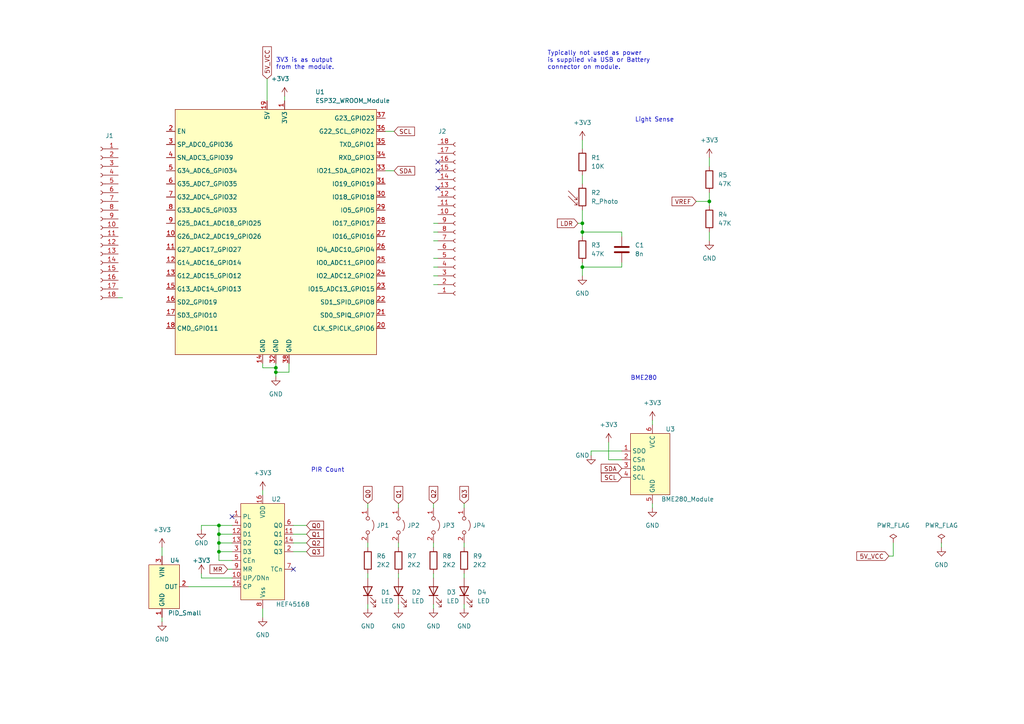
<source format=kicad_sch>
(kicad_sch (version 20230121) (generator eeschema)
  (paper "A4")
  (lib_symbols
    (symbol "Connector:Conn_01x18_Socket" (pin_names (offset 1.016) hide)
      (property "Reference" "J" (at 0 22.86 0))
      (property "Value" "Conn_01x18_Socket" (at 0 -25.4 0))
      (symbol "Conn_01x18_Socket_1_1"
        (arc (start 0 -22.352) (mid -0.5058 -22.86) (end 0 -23.368) (stroke (width 0.1524)))
        (arc (start 0 -19.812) (mid -0.5058 -20.32) (end 0 -20.828) (stroke (width 0.1524)))
        (arc (start 0 -17.272) (mid -0.5058 -17.78) (end 0 -18.288) (stroke (width 0.1524)))
        (arc (start 0 -14.732) (mid -0.5058 -15.24) (end 0 -15.748) (stroke (width 0.1524)))
        (arc (start 0 -12.192) (mid -0.5058 -12.7) (end 0 -13.208) (stroke (width 0.1524)))
        (arc (start 0 -9.652) (mid -0.5058 -10.16) (end 0 -10.668) (stroke (width 0.1524)))
        (arc (start 0 -7.112) (mid -0.5058 -7.62) (end 0 -8.128) (stroke (width 0.1524)))
        (arc (start 0 -4.572) (mid -0.5058 -5.08) (end 0 -5.588) (stroke (width 0.1524)))
        (arc (start 0 -2.032) (mid -0.5058 -2.54) (end 0 -3.048) (stroke (width 0.1524)))
        (polyline (pts (xy -1.27 -22.86) (xy -0.508 -22.86)) (stroke (width 0.1524)))
        (polyline (pts (xy -1.27 -20.32) (xy -0.508 -20.32)) (stroke (width 0.1524)))
        (polyline (pts (xy -1.27 -17.78) (xy -0.508 -17.78)) (stroke (width 0.1524)))
        (polyline (pts (xy -1.27 -15.24) (xy -0.508 -15.24)) (stroke (width 0.1524)))
        (polyline (pts (xy -1.27 -12.7) (xy -0.508 -12.7)) (stroke (width 0.1524)))
        (polyline (pts (xy -1.27 -10.16) (xy -0.508 -10.16)) (stroke (width 0.1524)))
        (polyline (pts (xy -1.27 -7.62) (xy -0.508 -7.62)) (stroke (width 0.1524)))
        (polyline (pts (xy -1.27 -5.08) (xy -0.508 -5.08)) (stroke (width 0.1524)))
        (polyline (pts (xy -1.27 -2.54) (xy -0.508 -2.54)) (stroke (width 0.1524)))
        (polyline (pts (xy -1.27 0) (xy -0.508 0)) (stroke (width 0.1524)))
        (polyline (pts (xy -1.27 2.54) (xy -0.508 2.54)) (stroke (width 0.1524)))
        (polyline (pts (xy -1.27 5.08) (xy -0.508 5.08)) (stroke (width 0.1524)))
        (polyline (pts (xy -1.27 7.62) (xy -0.508 7.62)) (stroke (width 0.1524)))
        (polyline (pts (xy -1.27 10.16) (xy -0.508 10.16)) (stroke (width 0.1524)))
        (polyline (pts (xy -1.27 12.7) (xy -0.508 12.7)) (stroke (width 0.1524)))
        (polyline (pts (xy -1.27 15.24) (xy -0.508 15.24)) (stroke (width 0.1524)))
        (polyline (pts (xy -1.27 17.78) (xy -0.508 17.78)) (stroke (width 0.1524)))
        (polyline (pts (xy -1.27 20.32) (xy -0.508 20.32)) (stroke (width 0.1524)))
        (arc (start 0 0.508) (mid -0.5058 0) (end 0 -0.508) (stroke (width 0.1524)))
        (arc (start 0 3.048) (mid -0.5058 2.54) (end 0 2.032) (stroke (width 0.1524)))
        (arc (start 0 5.588) (mid -0.5058 5.08) (end 0 4.572) (stroke (width 0.1524)))
        (arc (start 0 8.128) (mid -0.5058 7.62) (end 0 7.112) (stroke (width 0.1524)))
        (arc (start 0 10.668) (mid -0.5058 10.16) (end 0 9.652) (stroke (width 0.1524)))
        (arc (start 0 13.208) (mid -0.5058 12.7) (end 0 12.192) (stroke (width 0.1524)))
        (arc (start 0 15.748) (mid -0.5058 15.24) (end 0 14.732) (stroke (width 0.1524)))
        (arc (start 0 18.288) (mid -0.5058 17.78) (end 0 17.272) (stroke (width 0.1524)))
        (arc (start 0 20.828) (mid -0.5058 20.32) (end 0 19.812) (stroke (width 0.1524)))
        (pin passive line (at -5.08 20.32 0) (length 3.81) (name "Pin_1") (number "1"))
        (pin passive line (at -5.08 -2.54 0) (length 3.81) (name "Pin_10") (number "10"))
        (pin passive line (at -5.08 -5.08 0) (length 3.81) (name "Pin_11") (number "11"))
        (pin passive line (at -5.08 -7.62 0) (length 3.81) (name "Pin_12") (number "12"))
        (pin passive line (at -5.08 -10.16 0) (length 3.81) (name "Pin_13") (number "13"))
        (pin passive line (at -5.08 -12.7 0) (length 3.81) (name "Pin_14") (number "14"))
        (pin passive line (at -5.08 -15.24 0) (length 3.81) (name "Pin_15") (number "15"))
        (pin passive line (at -5.08 -17.78 0) (length 3.81) (name "Pin_16") (number "16"))
        (pin passive line (at -5.08 -20.32 0) (length 3.81) (name "Pin_17") (number "17"))
        (pin passive line (at -5.08 -22.86 0) (length 3.81) (name "Pin_18") (number "18"))
        (pin passive line (at -5.08 17.78 0) (length 3.81) (name "Pin_2") (number "2"))
        (pin passive line (at -5.08 15.24 0) (length 3.81) (name "Pin_3") (number "3"))
        (pin passive line (at -5.08 12.7 0) (length 3.81) (name "Pin_4") (number "4"))
        (pin passive line (at -5.08 10.16 0) (length 3.81) (name "Pin_5") (number "5"))
        (pin passive line (at -5.08 7.62 0) (length 3.81) (name "Pin_6") (number "6"))
        (pin passive line (at -5.08 5.08 0) (length 3.81) (name "Pin_7") (number "7"))
        (pin passive line (at -5.08 2.54 0) (length 3.81) (name "Pin_8") (number "8"))
        (pin passive line (at -5.08 0 0) (length 3.81) (name "Pin_9") (number "9"))
      )
    )
    (symbol "Device:C" (pin_numbers hide) (pin_names (offset 0.254))
      (property "Reference" "C" (at 0.635 2.54 0))
      (property "Value" "C" (at 0.635 -2.54 0))
      (symbol "C_0_1"
        (polyline (pts (xy -2.032 -0.762) (xy 2.032 -0.762)) (stroke (width 0.508)))
        (polyline (pts (xy -2.032 0.762) (xy 2.032 0.762)) (stroke (width 0.508)))
      )
      (symbol "C_1_1"
        (pin passive line (at 0 3.81 270) (length 2.794) (name "~") (number "1"))
        (pin passive line (at 0 -3.81 90) (length 2.794) (name "~") (number "2"))
      )
    )
    (symbol "Device:LED" (pin_numbers hide) (pin_names (offset 1.016) hide)
      (property "Reference" "D" (at 0 2.54 0))
      (property "Value" "LED" (at 0 -2.54 0))
      (symbol "LED_0_1"
        (polyline (pts (xy -1.27 -1.27) (xy -1.27 1.27)) (stroke (width 0.254)))
        (polyline (pts (xy -1.27 0) (xy 1.27 0)))
        (polyline (pts (xy 1.27 -1.27) (xy 1.27 1.27) (xy -1.27 0) (xy 1.27 -1.27)) (stroke (width 0.254)))
        (polyline (pts (xy -3.048 -0.762) (xy -4.572 -2.286) (xy -3.81 -2.286) (xy -4.572 -2.286) (xy -4.572 -1.524)))
        (polyline (pts (xy -1.778 -0.762) (xy -3.302 -2.286) (xy -2.54 -2.286) (xy -3.302 -2.286) (xy -3.302 -1.524)))
      )
      (symbol "LED_1_1"
        (pin passive line (at -3.81 0 0) (length 2.54) (name "K") (number "1"))
        (pin passive line (at 3.81 0 180) (length 2.54) (name "A") (number "2"))
      )
    )
    (symbol "Device:R" (pin_numbers hide) (pin_names (offset 0))
      (property "Reference" "R" (at 2.032 0 90))
      (property "Value" "R" (at 0 0 90))
      (symbol "R_0_1"
        (rectangle (start -1.016 -2.54) (end 1.016 2.54) (stroke (width 0.254)))
      )
      (symbol "R_1_1"
        (pin passive line (at 0 3.81 270) (length 1.27) (name "~") (number "1"))
        (pin passive line (at 0 -3.81 90) (length 1.27) (name "~") (number "2"))
      )
    )
    (symbol "Device:R_Photo" (pin_numbers hide) (pin_names (offset 0))
      (property "Reference" "R" (at 1.27 1.27 0))
      (property "Value" "R_Photo" (at 1.27 0 0))
      (symbol "R_Photo_0_1"
        (rectangle (start -1.016 2.54) (end 1.016 -2.54) (stroke (width 0.254)))
        (polyline (pts (xy -1.524 -2.286) (xy -4.064 0.254)))
        (polyline (pts (xy -1.524 -2.286) (xy -2.286 -2.286)))
        (polyline (pts (xy -1.524 -2.286) (xy -1.524 -1.524)))
        (polyline (pts (xy -1.524 -0.762) (xy -4.064 1.778)))
        (polyline (pts (xy -1.524 -0.762) (xy -2.286 -0.762)))
        (polyline (pts (xy -1.524 -0.762) (xy -1.524 0)))
      )
      (symbol "R_Photo_1_1"
        (pin passive line (at 0 3.81 270) (length 1.27) (name "~") (number "1"))
        (pin passive line (at 0 -3.81 90) (length 1.27) (name "~") (number "2"))
      )
    )
    (symbol "Jumper:Jumper_2_Open" (pin_names (offset 0) hide)
      (property "Reference" "JP" (at 0 2.794 0))
      (property "Value" "Jumper_2_Open" (at 0 -2.286 0))
      (symbol "Jumper_2_Open_0_0"
        (circle (center -2.032 0) (radius 0.508))
        (circle (center 2.032 0) (radius 0.508))
      )
      (symbol "Jumper_2_Open_0_1"
        (arc (start 1.524 1.27) (mid 0 1.778) (end -1.524 1.27))
      )
      (symbol "Jumper_2_Open_1_1"
        (pin passive line (at -5.08 0 0) (length 2.54) (name "A") (number "1"))
        (pin passive line (at 5.08 0 180) (length 2.54) (name "B") (number "2"))
      )
    )
    (symbol "myLib:BME280_Module"
      (property "Reference" "U" (at 0 1.27 0))
      (property "Value" "BME280_Module" (at 16.51 -20.32 0))
      (symbol "BME280_Module_1_0"
        (pin input line (at -2.54 -5.08 0) (length 2.54) (name "SDO") (number "1"))
        (pin input line (at -2.54 -7.62 0) (length 2.54) (name "CSn") (number "2"))
        (pin bidirectional line (at -2.54 -10.16 0) (length 2.54) (name "SDA") (number "3"))
        (pin input line (at -2.54 -12.7 0) (length 2.54) (name "SCL") (number "4"))
        (pin power_in line (at 6.35 2.54 270) (length 2.54) (name "VCC") (number "6"))
      )
      (symbol "BME280_Module_1_1"
        (rectangle (start 0 0) (end 11.43 -17.78) (fill (type background)))
        (pin power_in line (at 6.35 -20.32 90) (length 2.54) (name "GND") (number "5"))
      )
    )
    (symbol "myLib:ESP32_WROOM_Module"
      (property "Reference" "U" (at 0 0 0))
      (property "Value" "ESP32_WROOM_Module" (at 34.29 -43.18 0))
      (symbol "ESP32_WROOM_Module_1_0"
        (pin bidirectional line (at -31.75 -7.62 0) (length 2.54) (name "G27_ADC17_GPIO27") (number "11"))
        (pin bidirectional line (at -31.75 -11.43 0) (length 2.54) (name "G14_ADC16_GPIO14") (number "12"))
        (pin bidirectional line (at -31.75 -15.24 0) (length 2.54) (name "G12_ADC15_GPIO12") (number "13"))
        (pin power_in line (at -3.81 -40.64 90) (length 2.54) (name "GND") (number "14"))
        (pin bidirectional line (at -31.75 -19.05 0) (length 2.54) (name "G13_ADC14_GPIO13") (number "15"))
        (pin bidirectional line (at -31.75 -22.86 0) (length 2.54) (name "SD2_GPIO19") (number "16"))
        (pin bidirectional line (at -31.75 -26.67 0) (length 2.54) (name "SD3_GPIO10") (number "17"))
        (pin bidirectional line (at -31.75 -30.48 0) (length 2.54) (name "CMD_GPIO11") (number "18"))
        (pin power_in line (at -2.54 35.56 270) (length 2.54) (name "5V") (number "19"))
        (pin bidirectional line (at 31.75 -30.48 180) (length 2.54) (name "CLK_SPICLK_GPIO6") (number "20"))
        (pin bidirectional line (at 31.75 -26.67 180) (length 2.54) (name "SD0_SPIQ_GPIO7") (number "21"))
        (pin bidirectional line (at 31.75 -22.86 180) (length 2.54) (name "SD1_SPID_GPIO8") (number "22"))
        (pin bidirectional line (at 31.75 -19.05 180) (length 2.54) (name "IO15_ADC13_GPIO15") (number "23"))
        (pin bidirectional line (at 31.75 -15.24 180) (length 2.54) (name "IO2_ADC12_GPIO2") (number "24"))
        (pin bidirectional line (at 31.75 -11.43 180) (length 2.54) (name "IO0_ADC11_GPIO0") (number "25"))
        (pin bidirectional line (at 31.75 -7.62 180) (length 2.54) (name "IO4_ADC10_GPIO4") (number "26"))
        (pin bidirectional line (at 31.75 -3.81 180) (length 2.54) (name "IO16_GPIO16") (number "27"))
        (pin bidirectional line (at 31.75 0 180) (length 2.54) (name "IO17_GPIO17") (number "28"))
        (pin bidirectional line (at 31.75 3.81 180) (length 2.54) (name "IO5_GPIO5") (number "29"))
        (pin bidirectional line (at 31.75 7.62 180) (length 2.54) (name "IO18_GPIO18") (number "30"))
        (pin bidirectional line (at 31.75 11.43 180) (length 2.54) (name "IO19_GPIO19") (number "31"))
        (pin power_in line (at 0 -40.64 90) (length 2.54) (name "GND") (number "32"))
        (pin bidirectional line (at 31.75 15.24 180) (length 2.54) (name "IO21_SDA_GPIO21") (number "33"))
        (pin bidirectional line (at 31.75 19.05 180) (length 2.54) (name "RXD_GPIO3") (number "34"))
        (pin bidirectional line (at 31.75 22.86 180) (length 2.54) (name "TXD_GPIO1") (number "35"))
        (pin bidirectional line (at 31.75 26.67 180) (length 2.54) (name "G22_SCL_GPIO22") (number "36"))
        (pin bidirectional line (at 31.75 30.48 180) (length 2.54) (name "G23_GPIO23") (number "37"))
        (pin power_in line (at 3.81 -40.64 90) (length 2.54) (name "GND") (number "38"))
      )
      (symbol "ESP32_WROOM_Module_1_1"
        (rectangle (start -29.21 33.02) (end 29.21 -38.1) (fill (type background)))
        (pin power_in line (at 2.54 35.56 270) (length 2.54) (name "3V3") (number "1"))
        (pin bidirectional line (at -31.75 -3.81 0) (length 2.54) (name "G26_DAC2_ADC19_GPIO26") (number "10"))
        (pin input line (at -31.75 26.67 0) (length 2.54) (name "EN") (number "2"))
        (pin bidirectional line (at -31.75 22.86 0) (length 2.54) (name "SP_ADC0_GPIO36") (number "3"))
        (pin bidirectional line (at -31.75 19.05 0) (length 2.54) (name "SN_ADC3_GPIO39") (number "4"))
        (pin bidirectional line (at -31.75 15.24 0) (length 2.54) (name "G34_ADC6_GPIO34") (number "5"))
        (pin bidirectional line (at -31.75 11.43 0) (length 2.54) (name "G35_ADC7_GPIO35") (number "6"))
        (pin bidirectional line (at -31.75 7.62 0) (length 2.54) (name "G32_ADC4_GPIO32") (number "7"))
        (pin bidirectional line (at -31.75 3.81 0) (length 2.54) (name "G33_ADC5_GPIO33") (number "8"))
        (pin bidirectional line (at -31.75 0 0) (length 2.54) (name "G25_DAC1_ADC18_GPIO25") (number "9"))
      )
    )
    (symbol "myLib:HEF4516B_DIP_16"
      (property "Reference" "U" (at 0 1.27 0))
      (property "Value" "HEF4516B" (at 19.05 -26.67 0))
      (symbol "HEF4516B_DIP_16_1_1"
        (rectangle (start 0 0) (end 12.7 -27.94) (fill (type background)))
        (pin input line (at -2.54 -3.81 0) (length 2.54) (name "PL") (number "1"))
        (pin input line (at -2.54 -21.59 0) (length 2.54) (name "UP/DNn") (number "10"))
        (pin output line (at 15.24 -8.89 180) (length 2.54) (name "Q1") (number "11"))
        (pin input line (at -2.54 -8.89 0) (length 2.54) (name "D1") (number "12"))
        (pin input line (at -2.54 -11.43 0) (length 2.54) (name "D2") (number "13"))
        (pin output line (at 15.24 -11.43 180) (length 2.54) (name "Q2") (number "14"))
        (pin input line (at -2.54 -24.13 0) (length 2.54) (name "CP") (number "15"))
        (pin power_in line (at 6.35 2.54 270) (length 2.54) (name "VDD") (number "16"))
        (pin output line (at 15.24 -13.97 180) (length 2.54) (name "Q3") (number "2"))
        (pin input line (at -2.54 -13.97 0) (length 2.54) (name "D3") (number "3"))
        (pin input line (at -2.54 -6.35 0) (length 2.54) (name "D0") (number "4"))
        (pin input line (at -2.54 -16.51 0) (length 2.54) (name "CEn") (number "5"))
        (pin output line (at 15.24 -6.35 180) (length 2.54) (name "Q0") (number "6"))
        (pin output line (at 15.24 -19.05 180) (length 2.54) (name "TCn") (number "7"))
        (pin power_in line (at 6.35 -30.48 90) (length 2.54) (name "Vss") (number "8"))
        (pin input line (at -2.54 -19.05 0) (length 2.54) (name "MR") (number "9"))
      )
    )
    (symbol "myLib:PID_small"
      (property "Reference" "U" (at 6.35 3.81 0))
      (property "Value" "PID_Small" (at 10.16 1.27 0))
      (symbol "PID_small_1_0"
        (pin power_in line (at 3.81 -15.24 90) (length 2.54) (name "GND") (number "1"))
        (pin output line (at 11.43 -6.35 180) (length 2.54) (name "OUT") (number "2"))
        (pin power_in line (at 3.81 2.54 270) (length 2.54) (name "VIN") (number "3"))
      )
      (symbol "PID_small_1_1"
        (rectangle (start 0 0) (end 8.89 -12.7) (fill (type background)))
      )
    )
    (symbol "power:+3V3" (power) (pin_names (offset 0))
      (property "Value" "+3V3" (at 0 3.556 0))
      (symbol "+3V3_0_1"
        (polyline (pts (xy -0.762 1.27) (xy 0 2.54)))
        (polyline (pts (xy 0 0) (xy 0 2.54)))
        (polyline (pts (xy 0 2.54) (xy 0.762 1.27)))
      )
      (symbol "+3V3_1_1"
        (pin power_in line (at 0 0 90) (length 0) hide (name "+3V3") (number "1"))
      )
    )
    (symbol "power:GND" (power) (pin_names (offset 0))
      (property "Value" "GND" (at 0 -3.81 0))
      (symbol "GND_0_1"
        (polyline (pts (xy 0 0) (xy 0 -1.27) (xy 1.27 -1.27) (xy 0 -2.54) (xy -1.27 -1.27) (xy 0 -1.27)))
      )
      (symbol "GND_1_1"
        (pin power_in line (at 0 0 270) (length 0) hide (name "GND") (number "1"))
      )
    )
    (symbol "power:PWR_FLAG" (power) (pin_numbers hide) (pin_names (offset 0) hide)
      (property "Value" "PWR_FLAG" (at 0 3.81 0))
      (symbol "PWR_FLAG_0_0"
        (pin power_out line (at 0 0 90) (length 0) (name "pwr") (number "1"))
      )
      (symbol "PWR_FLAG_0_1"
        (polyline (pts (xy 0 0) (xy 0 1.27) (xy -1.016 1.905) (xy 0 2.54) (xy 1.016 1.905) (xy 0 1.27)))
      )
    )
  )
  (junction (at 63.5 157.48))
  (junction (at 80.01 106.68))
  (junction (at 168.91 77.47))
  (junction (at 168.91 67.31))
  (junction (at 80.01 107.95))
  (junction (at 63.5 154.94))
  (junction (at 63.5 152.4))
  (junction (at 63.5 160.02))
  (junction (at 168.91 64.77))
  (junction (at 205.74 58.42))
  (no_connect (at 127 46.99))
  (no_connect (at 127 49.53))
  (no_connect (at 85.09 165.1))
  (no_connect (at 127 54.61))
  (no_connect (at 67.31 149.86))
  (wire (pts (xy 58.42 167.64) (xy 67.31 167.64)))
  (wire (pts (xy 125.73 176.53) (xy 125.73 175.26)))
  (wire (pts (xy 106.68 147.32) (xy 106.68 146.05)))
  (wire (pts (xy 67.31 152.4) (xy 63.5 152.4)))
  (wire (pts (xy 205.74 55.88) (xy 205.74 58.42)))
  (wire (pts (xy 76.2 105.41) (xy 76.2 106.68)))
  (wire (pts (xy 125.73 167.64) (xy 125.73 166.37)))
  (wire (pts (xy 167.64 64.77) (xy 168.91 64.77)))
  (wire (pts (xy 125.73 80.01) (xy 127 80.01)))
  (wire (pts (xy 77.47 22.86) (xy 77.47 29.21)))
  (wire (pts (xy 114.3 38.1) (xy 111.76 38.1)))
  (wire (pts (xy 273.05 158.75) (xy 273.05 157.48)))
  (wire (pts (xy 257.81 161.29) (xy 259.08 161.29)))
  (wire (pts (xy 189.23 121.92) (xy 189.23 123.19)))
  (wire (pts (xy 168.91 67.31) (xy 180.34 67.31)))
  (wire (pts (xy 58.42 166.37) (xy 58.42 167.64)))
  (wire (pts (xy 76.2 142.24) (xy 76.2 143.51)))
  (wire (pts (xy 180.34 76.2) (xy 180.34 77.47)))
  (wire (pts (xy 125.73 67.31) (xy 127 67.31)))
  (wire (pts (xy 125.73 69.85) (xy 127 69.85)))
  (wire (pts (xy 63.5 154.94) (xy 67.31 154.94)))
  (wire (pts (xy 168.91 40.64) (xy 168.91 43.18)))
  (wire (pts (xy 180.34 68.58) (xy 180.34 67.31)))
  (wire (pts (xy 125.73 74.93) (xy 127 74.93)))
  (wire (pts (xy 63.5 160.02) (xy 67.31 160.02)))
  (wire (pts (xy 85.09 160.02) (xy 88.9 160.02)))
  (wire (pts (xy 85.09 152.4) (xy 88.9 152.4)))
  (wire (pts (xy 180.34 133.35) (xy 176.53 133.35)))
  (wire (pts (xy 176.53 128.27) (xy 176.53 133.35)))
  (wire (pts (xy 83.82 105.41) (xy 83.82 107.95)))
  (wire (pts (xy 115.57 176.53) (xy 115.57 175.26)))
  (wire (pts (xy 125.73 158.75) (xy 125.73 157.48)))
  (wire (pts (xy 58.42 152.4) (xy 58.42 153.67)))
  (wire (pts (xy 180.34 130.81) (xy 171.45 130.81)))
  (wire (pts (xy 115.57 167.64) (xy 115.57 166.37)))
  (wire (pts (xy 189.23 147.32) (xy 189.23 146.05)))
  (wire (pts (xy 114.3 49.53) (xy 111.76 49.53)))
  (wire (pts (xy 168.91 64.77) (xy 168.91 60.96)))
  (wire (pts (xy 168.91 67.31) (xy 168.91 68.58)))
  (wire (pts (xy 201.93 58.42) (xy 205.74 58.42)))
  (wire (pts (xy 168.91 53.34) (xy 168.91 50.8)))
  (wire (pts (xy 168.91 77.47) (xy 168.91 80.01)))
  (wire (pts (xy 82.55 27.94) (xy 82.55 29.21)))
  (wire (pts (xy 85.09 154.94) (xy 88.9 154.94)))
  (wire (pts (xy 106.68 176.53) (xy 106.68 175.26)))
  (wire (pts (xy 85.09 157.48) (xy 88.9 157.48)))
  (wire (pts (xy 106.68 167.64) (xy 106.68 166.37)))
  (wire (pts (xy 63.5 152.4) (xy 58.42 152.4)))
  (wire (pts (xy 115.57 147.32) (xy 115.57 146.05)))
  (wire (pts (xy 259.08 161.29) (xy 259.08 157.48)))
  (wire (pts (xy 76.2 179.07) (xy 76.2 176.53)))
  (wire (pts (xy 46.99 158.75) (xy 46.99 161.29)))
  (wire (pts (xy 168.91 64.77) (xy 168.91 67.31)))
  (wire (pts (xy 205.74 67.31) (xy 205.74 69.85)))
  (wire (pts (xy 83.82 107.95) (xy 80.01 107.95)))
  (wire (pts (xy 106.68 158.75) (xy 106.68 157.48)))
  (wire (pts (xy 125.73 82.55) (xy 127 82.55)))
  (wire (pts (xy 125.73 77.47) (xy 127 77.47)))
  (wire (pts (xy 54.61 170.18) (xy 67.31 170.18)))
  (wire (pts (xy 35.56 86.36) (xy 34.29 86.36)))
  (wire (pts (xy 134.62 176.53) (xy 134.62 175.26)))
  (wire (pts (xy 63.5 157.48) (xy 67.31 157.48)))
  (wire (pts (xy 134.62 147.32) (xy 134.62 146.05)))
  (wire (pts (xy 46.99 179.07) (xy 46.99 180.34)))
  (wire (pts (xy 168.91 76.2) (xy 168.91 77.47)))
  (wire (pts (xy 63.5 157.48) (xy 63.5 160.02)))
  (wire (pts (xy 134.62 158.75) (xy 134.62 157.48)))
  (wire (pts (xy 63.5 162.56) (xy 67.31 162.56)))
  (wire (pts (xy 205.74 45.72) (xy 205.74 48.26)))
  (wire (pts (xy 80.01 106.68) (xy 80.01 105.41)))
  (wire (pts (xy 66.04 165.1) (xy 67.31 165.1)))
  (wire (pts (xy 80.01 107.95) (xy 80.01 106.68)))
  (wire (pts (xy 125.73 147.32) (xy 125.73 146.05)))
  (wire (pts (xy 76.2 106.68) (xy 80.01 106.68)))
  (wire (pts (xy 205.74 58.42) (xy 205.74 59.69)))
  (wire (pts (xy 80.01 109.22) (xy 80.01 107.95)))
  (wire (pts (xy 63.5 152.4) (xy 63.5 154.94)))
  (wire (pts (xy 168.91 77.47) (xy 180.34 77.47)))
  (wire (pts (xy 134.62 167.64) (xy 134.62 166.37)))
  (wire (pts (xy 63.5 160.02) (xy 63.5 162.56)))
  (wire (pts (xy 125.73 64.77) (xy 127 64.77)))
  (wire (pts (xy 115.57 158.75) (xy 115.57 157.48)))
  (wire (pts (xy 171.45 130.81) (xy 171.45 132.08)))
  (wire (pts (xy 63.5 154.94) (xy 63.5 157.48)))
  (text "BME280" (at 182.88 110.49 0) (effects (font (size 1.27 1.27)) (justify left bottom)))
  (text "3V3 is as output \nfrom the module." (at 80.01 20.32 0) (effects (font (size 1.27 1.27)) (justify left bottom)))
  (text "Typically not used as power\nis supplied via USB or Battery\nconnector on module." (at 158.75 20.32 0) (effects (font (size 1.27 1.27)) (justify left bottom)))
  (text "Light Sense" (at 184.15 35.56 0) (effects (font (size 1.27 1.27)) (justify left bottom)))
  (text "PIR Count" (at 90.17 137.16 0) (effects (font (size 1.27 1.27)) (justify left bottom)))
  (global_label "5V_VCC" (shape input) (at 257.81 161.29 180) (property "Intersheetrefs" "${INTERSHEET_REFS}" (effects hide)))
  (global_label "Q2" (shape input) (at 125.73 146.05 90) (property "Intersheetrefs" "${INTERSHEET_REFS}" (effects hide)))
  (global_label "Q1" (shape input) (at 88.9 154.94 0) (property "Intersheetrefs" "${INTERSHEET_REFS}" (effects hide)))
  (global_label "MR" (shape input) (at 66.04 165.1 180) (property "Intersheetrefs" "${INTERSHEET_REFS}" (effects hide)))
  (global_label "SCL" (shape input) (at 180.34 138.43 180) (property "Intersheetrefs" "${INTERSHEET_REFS}" (effects hide)))
  (global_label "5V_VCC" (shape input) (at 77.47 22.86 90) (property "Intersheetrefs" "${INTERSHEET_REFS}" (effects hide)))
  (global_label "Q3" (shape input) (at 88.9 160.02 0) (property "Intersheetrefs" "${INTERSHEET_REFS}" (effects hide)))
  (global_label "Q0" (shape input) (at 106.68 146.05 90) (property "Intersheetrefs" "${INTERSHEET_REFS}" (effects hide)))
  (global_label "Q0" (shape input) (at 88.9 152.4 0) (property "Intersheetrefs" "${INTERSHEET_REFS}" (effects hide)))
  (global_label "SDA" (shape input) (at 180.34 135.89 180) (property "Intersheetrefs" "${INTERSHEET_REFS}" (effects hide)))
  (global_label "SCL" (shape input) (at 114.3 38.1 0) (property "Intersheetrefs" "${INTERSHEET_REFS}" (effects hide)))
  (global_label "Q2" (shape input) (at 88.9 157.48 0) (property "Intersheetrefs" "${INTERSHEET_REFS}" (effects hide)))
  (global_label "VREF" (shape input) (at 201.93 58.42 180) (property "Intersheetrefs" "${INTERSHEET_REFS}" (effects hide)))
  (global_label "LDR" (shape input) (at 167.64 64.77 180) (property "Intersheetrefs" "${INTERSHEET_REFS}" (effects hide)))
  (global_label "Q3" (shape input) (at 134.62 146.05 90) (property "Intersheetrefs" "${INTERSHEET_REFS}" (effects hide)))
  (global_label "Q1" (shape input) (at 115.57 146.05 90) (property "Intersheetrefs" "${INTERSHEET_REFS}" (effects hide)))
  (global_label "SDA" (shape input) (at 114.3 49.53 0) (property "Intersheetrefs" "${INTERSHEET_REFS}" (effects hide)))
  (symbol (lib_id "power:GND") (at 106.68 176.53 0) (unit 1)
    (property "Reference" "#PWR017" (effects hide))
    (property "Value" "GND" (at 106.68 181.61 0))
  )
  (symbol (lib_id "myLib:HEF4516B_DIP_16") (at 69.85 146.05 0) (unit 1)
    (property "Reference" "U2" (at 78.74 144.78 0) (effects (justify left)))
    (property "Value" "HEF4516B" (at 80.01 175.26 0) (effects (justify left)))
    (property "Footprint" "Package_DIP:DIP-16_W7.62mm_Socket" (effects hide))
  )
  (symbol (lib_id "power:GND") (at 273.05 158.75 0) (unit 1)
    (property "Reference" "#PWR023" (effects hide))
    (property "Value" "GND" (at 273.05 163.83 0))
  )
  (symbol (lib_id "Device:R") (at 125.73 162.56 0) (unit 1)
    (property "Reference" "R8" (at 128.27 161.29 0) (effects (justify left)))
    (property "Value" "2K2" (at 128.27 163.83 0) (effects (justify left)))
  )
  (symbol (lib_id "power:+3V3") (at 58.42 166.37 0) (unit 1)
    (property "Reference" "#PWR06" (effects hide))
    (property "Value" "+3V3" (at 58.42 162.56 0))
  )
  (symbol (lib_id "power:GND") (at 189.23 147.32 0) (unit 1)
    (property "Reference" "#PWR011" (effects hide))
    (property "Value" "GND" (at 189.23 152.4 0))
  )
  (symbol (lib_id "power:+3V3") (at 168.91 40.64 0) (unit 1)
    (property "Reference" "#PWR013" (effects hide))
    (property "Value" "+3V3" (at 168.91 35.56 0))
  )
  (symbol (lib_id "Connector:Conn_01x18_Socket") (at 29.21 63.5 0) (mirror y) (unit 1)
    (property "Reference" "J1" (at 31.75 39.37 0))
    (property "Value" "Conn_01x18_Socket" (effects hide))
  )
  (symbol (lib_id "Jumper:Jumper_2_Open") (at 106.68 152.4 270) (unit 1)
    (property "Reference" "JP1" (at 109.22 152.4 90) (effects (justify left)))
    (property "Value" "Jumper_2_Open" (effects hide))
  )
  (symbol (lib_id "Device:LED") (at 134.62 171.45 90) (unit 1)
    (property "Reference" "D4" (at 138.43 171.7675 90) (effects (justify right)))
    (property "Value" "LED" (at 138.43 174.3075 90) (effects (justify right)))
  )
  (symbol (lib_id "Device:R") (at 168.91 46.99 0) (unit 1)
    (property "Reference" "R1" (at 171.45 45.72 0) (effects (justify left)))
    (property "Value" "10K" (at 171.45 48.26 0) (effects (justify left)))
  )
  (symbol (lib_id "power:+3V3") (at 205.74 45.72 0) (unit 1)
    (property "Reference" "#PWR016" (effects hide))
    (property "Value" "+3V3" (at 205.74 40.64 0))
  )
  (symbol (lib_id "power:GND") (at 171.45 132.08 0) (unit 1)
    (property "Reference" "#PWR08" (effects hide))
    (property "Value" "GND" (at 168.91 132.08 0))
  )
  (symbol (lib_id "power:GND") (at 134.62 176.53 0) (unit 1)
    (property "Reference" "#PWR020" (effects hide))
    (property "Value" "GND" (at 134.62 181.61 0))
  )
  (symbol (lib_id "power:PWR_FLAG") (at 259.08 157.48 0) (unit 1)
    (property "Reference" "#FLG02" (effects hide))
    (property "Value" "PWR_FLAG" (at 259.08 152.4 0))
  )
  (symbol (lib_id "power:GND") (at 205.74 69.85 0) (unit 1)
    (property "Reference" "#PWR015" (effects hide))
    (property "Value" "GND" (at 205.74 74.93 0))
  )
  (symbol (lib_id "power:+3V3") (at 46.99 158.75 0) (unit 1)
    (property "Reference" "#PWR07" (effects hide))
    (property "Value" "+3V3" (at 46.99 153.67 0))
  )
  (symbol (lib_id "Device:R") (at 134.62 162.56 0) (unit 1)
    (property "Reference" "R9" (at 137.16 161.29 0) (effects (justify left)))
    (property "Value" "2K2" (at 137.16 163.83 0) (effects (justify left)))
  )
  (symbol (lib_id "Jumper:Jumper_2_Open") (at 115.57 152.4 270) (unit 1)
    (property "Reference" "JP2" (at 118.11 152.4 90) (effects (justify left)))
    (property "Value" "Jumper_2_Open" (effects hide))
  )
  (symbol (lib_id "power:+3V3") (at 82.55 27.94 0) (unit 1)
    (property "Reference" "#PWR04" (effects hide))
    (property "Value" "+3V3" (at 81.28 22.86 0))
  )
  (symbol (lib_id "Device:R") (at 205.74 63.5 0) (unit 1)
    (property "Reference" "R4" (at 208.28 62.23 0) (effects (justify left)))
    (property "Value" "47K" (at 208.28 64.77 0) (effects (justify left)))
  )
  (symbol (lib_id "Device:LED") (at 115.57 171.45 90) (unit 1)
    (property "Reference" "D2" (at 119.38 171.7675 90) (effects (justify right)))
    (property "Value" "LED" (at 119.38 174.3075 90) (effects (justify right)))
  )
  (symbol (lib_id "power:+3V3") (at 76.2 142.24 0) (unit 1)
    (property "Reference" "#PWR05" (effects hide))
    (property "Value" "+3V3" (at 76.2 137.16 0))
  )
  (symbol (lib_id "Device:LED") (at 125.73 171.45 90) (unit 1)
    (property "Reference" "D3" (at 129.54 171.7675 90) (effects (justify right)))
    (property "Value" "LED" (at 129.54 174.3075 90) (effects (justify right)))
  )
  (symbol (lib_id "Device:R") (at 106.68 162.56 0) (unit 1)
    (property "Reference" "R6" (at 109.22 161.29 0) (effects (justify left)))
    (property "Value" "2K2" (at 109.22 163.83 0) (effects (justify left)))
  )
  (symbol (lib_id "power:GND") (at 58.42 153.67 0) (unit 1)
    (property "Reference" "#PWR03" (effects hide))
    (property "Value" "GND" (at 58.42 157.48 0))
  )
  (symbol (lib_id "Device:R_Photo") (at 168.91 57.15 0) (unit 1)
    (property "Reference" "R2" (at 171.45 55.88 0) (effects (justify left)))
    (property "Value" "R_Photo" (at 171.45 58.42 0) (effects (justify left)))
  )
  (symbol (lib_id "Device:R") (at 115.57 162.56 0) (unit 1)
    (property "Reference" "R7" (at 118.11 161.29 0) (effects (justify left)))
    (property "Value" "2K2" (at 118.11 163.83 0) (effects (justify left)))
  )
  (symbol (lib_id "power:GND") (at 168.91 80.01 0) (unit 1)
    (property "Reference" "#PWR014" (effects hide))
    (property "Value" "GND" (at 168.91 85.09 0))
  )
  (symbol (lib_id "myLib:BME280_Module") (at 182.88 125.73 0) (unit 1)
    (property "Reference" "U3" (at 193.04 124.46 0) (effects (justify left)))
    (property "Value" "BME280_Module" (at 191.77 144.78 0) (effects (justify left)))
    (property "Footprint" "myLib:BM280_Module" (effects hide))
  )
  (symbol (lib_id "power:GND") (at 46.99 180.34 0) (unit 1)
    (property "Reference" "#PWR01" (effects hide))
    (property "Value" "GND" (at 46.99 185.42 0))
  )
  (symbol (lib_id "Jumper:Jumper_2_Open") (at 125.73 152.4 270) (unit 1)
    (property "Reference" "JP3" (at 128.27 152.4 90) (effects (justify left)))
    (property "Value" "Jumper_2_Open" (effects hide))
  )
  (symbol (lib_id "power:+3V3") (at 176.53 128.27 0) (unit 1)
    (property "Reference" "#PWR010" (effects hide))
    (property "Value" "+3V3" (at 176.53 123.19 0))
  )
  (symbol (lib_id "power:GND") (at 76.2 179.07 0) (unit 1)
    (property "Reference" "#PWR02" (effects hide))
    (property "Value" "GND" (at 76.2 184.15 0))
  )
  (symbol (lib_id "power:GND") (at 80.01 109.22 0) (unit 1)
    (property "Reference" "#PWR012" (effects hide))
    (property "Value" "GND" (at 80.01 114.3 0))
  )
  (symbol (lib_id "Device:LED") (at 106.68 171.45 90) (unit 1)
    (property "Reference" "D1" (at 110.49 171.7675 90) (effects (justify right)))
    (property "Value" "LED" (at 110.49 174.3075 90) (effects (justify right)))
  )
  (symbol (lib_id "myLib:ESP32_WROOM_Module") (at 80.01 64.77 0) (unit 1)
    (property "Reference" "U1" (at 91.44 26.67 0) (effects (justify left)))
    (property "Value" "ESP32_WROOM_Module" (at 91.44 29.21 0) (effects (justify left)))
    (property "Footprint" "myLib:ESP32_WROOM_Module" (effects hide))
  )
  (symbol (lib_id "power:PWR_FLAG") (at 273.05 157.48 0) (unit 1)
    (property "Reference" "#FLG01" (effects hide))
    (property "Value" "PWR_FLAG" (at 273.05 152.4 0))
  )
  (symbol (lib_id "power:+3V3") (at 189.23 121.92 0) (unit 1)
    (property "Reference" "#PWR09" (effects hide))
    (property "Value" "+3V3" (at 189.23 116.84 0))
  )
  (symbol (lib_id "Device:C") (at 180.34 72.39 0) (unit 1)
    (property "Reference" "C1" (at 184.15 71.12 0) (effects (justify left)))
    (property "Value" "8n" (at 184.15 73.66 0) (effects (justify left)))
  )
  (symbol (lib_id "myLib:PID_small") (at 43.18 163.83 0) (unit 1)
    (property "Reference" "U4" (at 52.07 162.56 0) (effects (justify right)))
    (property "Value" "PID_Small" (at 58.42 177.8 0) (effects (justify right)))
    (property "Footprint" "Connector_PinSocket_2.54mm:PinSocket_1x03_P2.54mm_Vertical" (effects hide))
  )
  (symbol (lib_id "Device:R") (at 205.74 52.07 0) (unit 1)
    (property "Reference" "R5" (at 208.28 50.8 0) (effects (justify left)))
    (property "Value" "47K" (at 208.28 53.34 0) (effects (justify left)))
  )
  (symbol (lib_id "Connector:Conn_01x18_Socket") (at 132.08 64.77 0) (mirror x) (unit 1)
    (property "Reference" "J2" (at 128.27 38.1 0))
    (property "Value" "Conn_01x18_Socket" (effects hide))
  )
  (symbol (lib_id "power:GND") (at 125.73 176.53 0) (unit 1)
    (property "Reference" "#PWR019" (effects hide))
    (property "Value" "GND" (at 125.73 181.61 0))
  )
  (symbol (lib_id "Jumper:Jumper_2_Open") (at 134.62 152.4 270) (unit 1)
    (property "Reference" "JP4" (at 137.16 152.4 90) (effects (justify left)))
    (property "Value" "Jumper_2_Open" (effects hide))
  )
  (symbol (lib_id "Device:R") (at 168.91 72.39 0) (unit 1)
    (property "Reference" "R3" (at 171.45 71.12 0) (effects (justify left)))
    (property "Value" "47K" (at 171.45 73.66 0) (effects (justify left)))
  )
  (symbol (lib_id "power:GND") (at 115.57 176.53 0) (unit 1)
    (property "Reference" "#PWR018" (effects hide))
    (property "Value" "GND" (at 115.57 181.61 0))
  )
)
</source>
